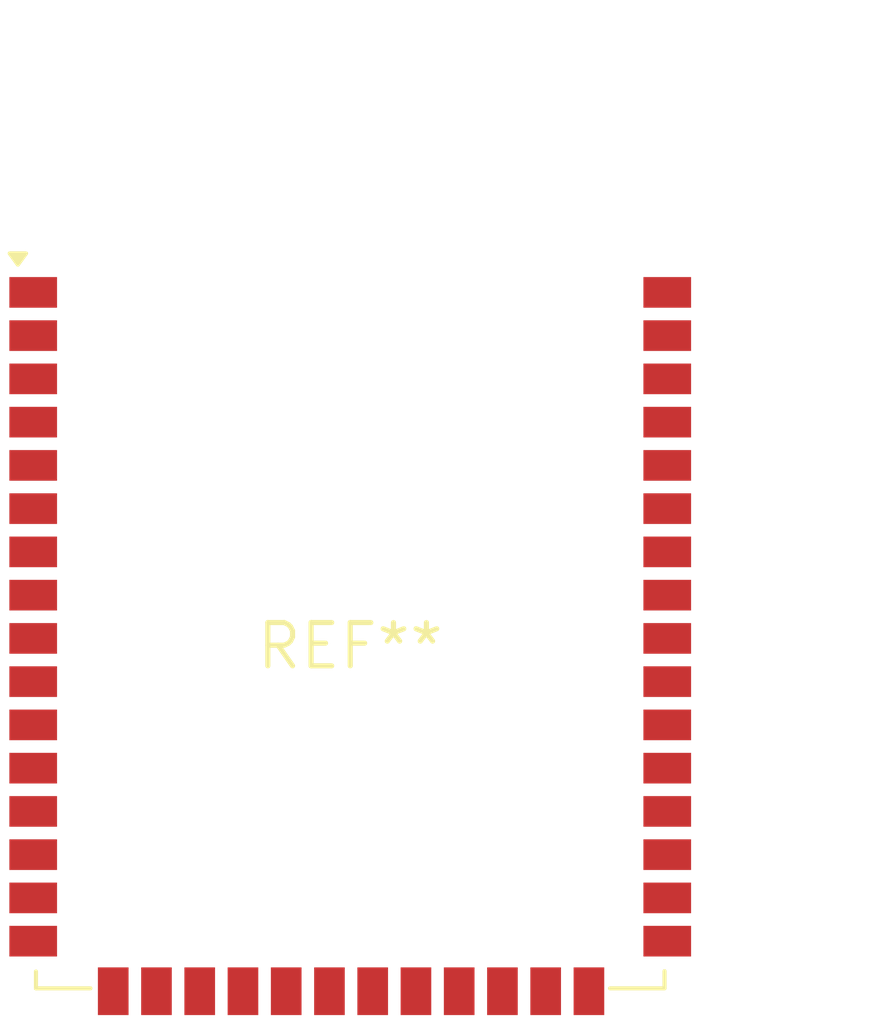
<source format=kicad_pcb>
(kicad_pcb (version 20240108) (generator pcbnew)
  (layers (0 "F.Cu" signal) (31 "B.Cu" signal) (34 "B.Paste" user) (35 "F.Paste" user) (36 "B.SilkS" user "B.Silkscreen") (37 "F.SilkS" user "F.Silkscreen") (38 "B.Mask" user) (39 "F.Mask" user) (44 "Edge.Cuts" user))
  (net 0 "")
  (footprint "USR-C322" (layer "F.Cu") (at 0 0)
    (property "Reference" "REF**")
    (property "Value" "USR-C322")
    (fp_line (start -9.23 9.555) (end -9.23 10.05) (layer "F.SilkS") (stroke (width 0.12)))
    (fp_line (start -9.23 10.05) (end -7.63 10.05) (layer "F.SilkS") (stroke (width 0.12)))
    (fp_line (start 7.63 10.05) (end 9.23 10.05) (layer "F.SilkS") (stroke (width 0.12)))
    (fp_line (start 9.23 10.045) (end 9.23 9.545) (layer "F.SilkS") (stroke (width 0.12)))
    (fp_poly (pts (xy -9.76 -11.2) (xy -10 -11.53) (xy -9.52 -11.53) (xy -9.76 -11.2)) (layer "F.SilkS") (stroke (width 0.12)) (fill solid))
    (pad "1" smd rect (at -9.31 -10.385) (size 1.4 0.9) (layers "F.Cu" "F.Paste" "F.Mask"))
    (pad "2" smd rect (at -9.31 -9.115) (size 1.4 0.9) (layers "F.Cu" "F.Paste" "F.Mask"))
    (pad "3" smd rect (at -9.31 -7.845) (size 1.4 0.9) (layers "F.Cu" "F.Paste" "F.Mask"))
    (pad "4" smd rect (at -9.31 -6.575) (size 1.4 0.9) (layers "F.Cu" "F.Paste" "F.Mask"))
    (pad "5" smd rect (at -9.31 -5.305) (size 1.4 0.9) (layers "F.Cu" "F.Paste" "F.Mask"))
    (pad "6" smd rect (at -9.31 -4.035) (size 1.4 0.9) (layers "F.Cu" "F.Paste" "F.Mask"))
    (pad "7" smd rect (at -9.31 -2.765) (size 1.4 0.9) (layers "F.Cu" "F.Paste" "F.Mask"))
    (pad "8" smd rect (at -9.31 -1.495) (size 1.4 0.9) (layers "F.Cu" "F.Paste" "F.Mask"))
    (pad "9" smd rect (at -9.31 -0.225) (size 1.4 0.9) (layers "F.Cu" "F.Paste" "F.Mask"))
    (pad "10" smd rect (at -9.31 1.045) (size 1.4 0.9) (layers "F.Cu" "F.Paste" "F.Mask"))
    (pad "11" smd rect (at -9.31 2.315) (size 1.4 0.9) (layers "F.Cu" "F.Paste" "F.Mask"))
    (pad "12" smd rect (at -9.31 3.585) (size 1.4 0.9) (layers "F.Cu" "F.Paste" "F.Mask"))
    (pad "13" smd rect (at -9.31 4.855) (size 1.4 0.9) (layers "F.Cu" "F.Paste" "F.Mask"))
    (pad "14" smd rect (at -9.31 6.125) (size 1.4 0.9) (layers "F.Cu" "F.Paste" "F.Mask"))
    (pad "15" smd rect (at -9.31 7.395) (size 1.4 0.9) (layers "F.Cu" "F.Paste" "F.Mask"))
    (pad "16" smd rect (at -9.31 8.665) (size 1.4 0.9) (layers "F.Cu" "F.Paste" "F.Mask"))
    (pad "17" smd rect (at -6.96 10.135 90) (size 1.4 0.9) (layers "F.Cu" "F.Paste" "F.Mask"))
    (pad "18" smd rect (at -5.69 10.135 90) (size 1.4 0.9) (layers "F.Cu" "F.Paste" "F.Mask"))
    (pad "19" smd rect (at -4.42 10.135 90) (size 1.4 0.9) (layers "F.Cu" "F.Paste" "F.Mask"))
    (pad "20" smd rect (at -3.15 10.135 90) (size 1.4 0.9) (layers "F.Cu" "F.Paste" "F.Mask"))
    (pad "21" smd rect (at -1.88 10.135 90) (size 1.4 0.9) (layers "F.Cu" "F.Paste" "F.Mask"))
    (pad "22" smd rect (at -0.61 10.135 90) (size 1.4 0.9) (layers "F.Cu" "F.Paste" "F.Mask"))
    (pad "23" smd rect (at 0.66 10.135 90) (size 1.4 0.9) (layers "F.Cu" "F.Paste" "F.Mask"))
    (pad "24" smd rect (at 1.93 10.135 90) (size 1.4 0.9) (layers "F.Cu" "F.Paste" "F.Mask"))
    (pad "25" smd rect (at 3.2 10.135 90) (size 1.4 0.9) (layers "F.Cu" "F.Paste" "F.Mask"))
    (pad "26" smd rect (at 4.47 10.135 90) (size 1.4 0.9) (layers "F.Cu" "F.Paste" "F.Mask"))
    (pad "27" smd rect (at 5.74 10.135 90) (size 1.4 0.9) (layers "F.Cu" "F.Paste" "F.Mask"))
    (pad "28" smd rect (at 7.01 10.135 90) (size 1.4 0.9) (layers "F.Cu" "F.Paste" "F.Mask"))
    (pad "29" smd rect (at 9.31 8.665) (size 1.4 0.9) (layers "F.Cu" "F.Paste" "F.Mask"))
    (pad "30" smd rect (at 9.31 7.395) (size 1.4 0.9) (layers "F.Cu" "F.Paste" "F.Mask"))
    (pad "31" smd rect (at 9.31 6.125) (size 1.4 0.9) (layers "F.Cu" "F.Paste" "F.Mask"))
    (pad "32" smd rect (at 9.31 4.855) (size 1.4 0.9) (layers "F.Cu" "F.Paste" "F.Mask"))
    (pad "33" smd rect (at 9.31 3.585) (size 1.4 0.9) (layers "F.Cu" "F.Paste" "F.Mask"))
    (pad "34" smd rect (at 9.31 2.315) (size 1.4 0.9) (layers "F.Cu" "F.Paste" "F.Mask"))
    (pad "35" smd rect (at 9.31 1.045) (size 1.4 0.9) (layers "F.Cu" "F.Paste" "F.Mask"))
    (pad "36" smd rect (at 9.31 -0.225) (size 1.4 0.9) (layers "F.Cu" "F.Paste" "F.Mask"))
    (pad "37" smd rect (at 9.31 -1.495) (size 1.4 0.9) (layers "F.Cu" "F.Paste" "F.Mask"))
    (pad "38" smd rect (at 9.31 -2.765) (size 1.4 0.9) (layers "F.Cu" "F.Paste" "F.Mask"))
    (pad "39" smd rect (at 9.31 -4.035) (size 1.4 0.9) (layers "F.Cu" "F.Paste" "F.Mask"))
    (pad "40" smd rect (at 9.31 -5.305) (size 1.4 0.9) (layers "F.Cu" "F.Paste" "F.Mask"))
    (pad "41" smd rect (at 9.31 -6.575) (size 1.4 0.9) (layers "F.Cu" "F.Paste" "F.Mask"))
    (pad "42" smd rect (at 9.31 -7.845) (size 1.4 0.9) (layers "F.Cu" "F.Paste" "F.Mask"))
    (pad "43" smd rect (at 9.31 -9.115) (size 1.4 0.9) (layers "F.Cu" "F.Paste" "F.Mask"))
    (pad "44" smd rect (at 9.31 -10.385) (size 1.4 0.9) (layers "F.Cu" "F.Paste" "F.Mask"))
  )
)
</source>
